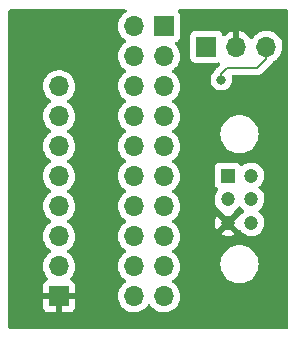
<source format=gbr>
%TF.GenerationSoftware,KiCad,Pcbnew,(6.0.5)*%
%TF.CreationDate,2022-12-09T20:35:02-05:00*%
%TF.ProjectId,Dev_Board_Adapter,4465765f-426f-4617-9264-5f4164617074,rev?*%
%TF.SameCoordinates,Original*%
%TF.FileFunction,Copper,L2,Bot*%
%TF.FilePolarity,Positive*%
%FSLAX46Y46*%
G04 Gerber Fmt 4.6, Leading zero omitted, Abs format (unit mm)*
G04 Created by KiCad (PCBNEW (6.0.5)) date 2022-12-09 20:35:02*
%MOMM*%
%LPD*%
G01*
G04 APERTURE LIST*
%TA.AperFunction,ComponentPad*%
%ADD10R,1.700000X1.700000*%
%TD*%
%TA.AperFunction,ComponentPad*%
%ADD11O,1.700000X1.700000*%
%TD*%
%TA.AperFunction,ComponentPad*%
%ADD12R,1.200000X1.200000*%
%TD*%
%TA.AperFunction,ComponentPad*%
%ADD13C,1.200000*%
%TD*%
%TA.AperFunction,ViaPad*%
%ADD14C,0.800000*%
%TD*%
%TA.AperFunction,Conductor*%
%ADD15C,0.200000*%
%TD*%
G04 APERTURE END LIST*
D10*
%TO.P,J3,1,Pin_1*%
%TO.N,/CAN_PAYLOAD-*%
X129540000Y-73406000D03*
D11*
%TO.P,J3,2,Pin_2*%
%TO.N,GND*%
X132080000Y-73406000D03*
%TO.P,J3,3,Pin_3*%
%TO.N,/CAN_PAYLOAD+*%
X134620000Y-73406000D03*
%TD*%
D12*
%TO.P,J1,1,Pin_1*%
%TO.N,unconnected-(J1-Pad1)*%
X131350000Y-84328000D03*
D13*
%TO.P,J1,2,Pin_2*%
%TO.N,+5V*%
X131350000Y-86328000D03*
%TO.P,J1,3,Pin_3*%
%TO.N,GND*%
X131350000Y-88328000D03*
%TO.P,J1,4,Pin_4*%
%TO.N,/CAN_PAYLOAD+*%
X133350000Y-84328000D03*
%TO.P,J1,5,Pin_5*%
%TO.N,/CAN_PAYLOAD-*%
X133350000Y-86328000D03*
%TO.P,J1,6*%
%TO.N,N/C*%
X133350000Y-88328000D03*
%TD*%
D10*
%TO.P,J2,1,Pin_1*%
%TO.N,unconnected-(J2-Pad1)*%
X125958600Y-71678800D03*
D11*
%TO.P,J2,2,Pin_2*%
%TO.N,unconnected-(J2-Pad2)*%
X123418600Y-71678800D03*
%TO.P,J2,3,Pin_3*%
%TO.N,unconnected-(J2-Pad3)*%
X125958600Y-74218800D03*
%TO.P,J2,4,Pin_4*%
%TO.N,unconnected-(J2-Pad4)*%
X123418600Y-74218800D03*
%TO.P,J2,5,Pin_5*%
%TO.N,unconnected-(J2-Pad5)*%
X125958600Y-76758800D03*
%TO.P,J2,6,Pin_6*%
%TO.N,unconnected-(J2-Pad6)*%
X123418600Y-76758800D03*
%TO.P,J2,7,Pin_7*%
%TO.N,unconnected-(J2-Pad7)*%
X125958600Y-79298800D03*
%TO.P,J2,8,Pin_8*%
%TO.N,unconnected-(J2-Pad8)*%
X123418600Y-79298800D03*
%TO.P,J2,9,Pin_9*%
%TO.N,unconnected-(J2-Pad9)*%
X125958600Y-81838800D03*
%TO.P,J2,10,Pin_10*%
%TO.N,unconnected-(J2-Pad10)*%
X123418600Y-81838800D03*
%TO.P,J2,11,Pin_11*%
%TO.N,unconnected-(J2-Pad11)*%
X125958600Y-84378800D03*
%TO.P,J2,12,Pin_12*%
%TO.N,unconnected-(J2-Pad12)*%
X123418600Y-84378800D03*
%TO.P,J2,13,Pin_13*%
%TO.N,unconnected-(J2-Pad13)*%
X125958600Y-86918800D03*
%TO.P,J2,14,Pin_14*%
%TO.N,unconnected-(J2-Pad14)*%
X123418600Y-86918800D03*
%TO.P,J2,15,Pin_15*%
%TO.N,unconnected-(J2-Pad15)*%
X125958600Y-89458800D03*
%TO.P,J2,16,Pin_16*%
%TO.N,unconnected-(J2-Pad16)*%
X123418600Y-89458800D03*
%TO.P,J2,17,Pin_17*%
%TO.N,unconnected-(J2-Pad17)*%
X125958600Y-91998800D03*
%TO.P,J2,18,Pin_18*%
%TO.N,unconnected-(J2-Pad18)*%
X123418600Y-91998800D03*
%TO.P,J2,19,Pin_19*%
%TO.N,unconnected-(J2-Pad19)*%
X125958600Y-94538800D03*
%TO.P,J2,20,Pin_20*%
%TO.N,unconnected-(J2-Pad20)*%
X123418600Y-94538800D03*
%TD*%
D10*
%TO.P,J4,1,Pin_1*%
%TO.N,GND*%
X117068600Y-94538800D03*
D11*
%TO.P,J4,2,Pin_2*%
%TO.N,+5V*%
X117068600Y-91998800D03*
%TO.P,J4,3,Pin_3*%
%TO.N,unconnected-(J4-Pad3)*%
X117068600Y-89458800D03*
%TO.P,J4,4,Pin_4*%
%TO.N,unconnected-(J4-Pad4)*%
X117068600Y-86918800D03*
%TO.P,J4,5,Pin_5*%
%TO.N,unconnected-(J4-Pad5)*%
X117068600Y-84378800D03*
%TO.P,J4,6,Pin_6*%
%TO.N,unconnected-(J4-Pad6)*%
X117068600Y-81838800D03*
%TO.P,J4,7,Pin_7*%
%TO.N,unconnected-(J4-Pad7)*%
X117068600Y-79298800D03*
%TO.P,J4,8,Pin_8*%
%TO.N,unconnected-(J4-Pad8)*%
X117068600Y-76758800D03*
%TD*%
D14*
%TO.N,/CAN_PAYLOAD+*%
X130810000Y-76200000D03*
%TD*%
D15*
%TO.N,/CAN_PAYLOAD+*%
X130810000Y-76200000D02*
X130810000Y-75692000D01*
X131318000Y-75184000D02*
X133858000Y-75184000D01*
X130810000Y-75692000D02*
X131318000Y-75184000D01*
X133858000Y-75184000D02*
X134620000Y-74422000D01*
X134620000Y-74422000D02*
X134620000Y-73406000D01*
%TD*%
%TA.AperFunction,Conductor*%
%TO.N,GND*%
G36*
X122765613Y-70274508D02*
G01*
X122812106Y-70328164D01*
X122822210Y-70398438D01*
X122792716Y-70463018D01*
X122755674Y-70492268D01*
X122692207Y-70525307D01*
X122688074Y-70528410D01*
X122688071Y-70528412D01*
X122517700Y-70656330D01*
X122513565Y-70659435D01*
X122474125Y-70700707D01*
X122419880Y-70757471D01*
X122359229Y-70820938D01*
X122233343Y-71005480D01*
X122139288Y-71208105D01*
X122079589Y-71423370D01*
X122055851Y-71645495D01*
X122068710Y-71868515D01*
X122069847Y-71873561D01*
X122069848Y-71873567D01*
X122093904Y-71980308D01*
X122117822Y-72086439D01*
X122158801Y-72187358D01*
X122186516Y-72255612D01*
X122201866Y-72293416D01*
X122204565Y-72297820D01*
X122305365Y-72462311D01*
X122318587Y-72483888D01*
X122464850Y-72652738D01*
X122636726Y-72795432D01*
X122707195Y-72836611D01*
X122710045Y-72838276D01*
X122758769Y-72889914D01*
X122771840Y-72959697D01*
X122745109Y-73025469D01*
X122704655Y-73058827D01*
X122692207Y-73065307D01*
X122688074Y-73068410D01*
X122688071Y-73068412D01*
X122517700Y-73196330D01*
X122513565Y-73199435D01*
X122359229Y-73360938D01*
X122233343Y-73545480D01*
X122217603Y-73579390D01*
X122164371Y-73694069D01*
X122139288Y-73748105D01*
X122079589Y-73963370D01*
X122055851Y-74185495D01*
X122056148Y-74190648D01*
X122056148Y-74190651D01*
X122062887Y-74307531D01*
X122068710Y-74408515D01*
X122069847Y-74413561D01*
X122069848Y-74413567D01*
X122088042Y-74494297D01*
X122117822Y-74626439D01*
X122201866Y-74833416D01*
X122252619Y-74916238D01*
X122315891Y-75019488D01*
X122318587Y-75023888D01*
X122464850Y-75192738D01*
X122636726Y-75335432D01*
X122707195Y-75376611D01*
X122710045Y-75378276D01*
X122758769Y-75429914D01*
X122771840Y-75499697D01*
X122745109Y-75565469D01*
X122704655Y-75598827D01*
X122692207Y-75605307D01*
X122688074Y-75608410D01*
X122688071Y-75608412D01*
X122517700Y-75736330D01*
X122513565Y-75739435D01*
X122359229Y-75900938D01*
X122233343Y-76085480D01*
X122139288Y-76288105D01*
X122079589Y-76503370D01*
X122055851Y-76725495D01*
X122056148Y-76730648D01*
X122056148Y-76730651D01*
X122061611Y-76825390D01*
X122068710Y-76948515D01*
X122069847Y-76953561D01*
X122069848Y-76953567D01*
X122078311Y-76991118D01*
X122117822Y-77166439D01*
X122201866Y-77373416D01*
X122252619Y-77456238D01*
X122315891Y-77559488D01*
X122318587Y-77563888D01*
X122464850Y-77732738D01*
X122636726Y-77875432D01*
X122707195Y-77916611D01*
X122710045Y-77918276D01*
X122758769Y-77969914D01*
X122771840Y-78039697D01*
X122745109Y-78105469D01*
X122704655Y-78138827D01*
X122692207Y-78145307D01*
X122688074Y-78148410D01*
X122688071Y-78148412D01*
X122663847Y-78166600D01*
X122513565Y-78279435D01*
X122359229Y-78440938D01*
X122233343Y-78625480D01*
X122139288Y-78828105D01*
X122079589Y-79043370D01*
X122055851Y-79265495D01*
X122056148Y-79270648D01*
X122056148Y-79270651D01*
X122061611Y-79365390D01*
X122068710Y-79488515D01*
X122069847Y-79493561D01*
X122069848Y-79493567D01*
X122077131Y-79525883D01*
X122117822Y-79706439D01*
X122201866Y-79913416D01*
X122252619Y-79996238D01*
X122315891Y-80099488D01*
X122318587Y-80103888D01*
X122464850Y-80272738D01*
X122636726Y-80415432D01*
X122707195Y-80456611D01*
X122710045Y-80458276D01*
X122758769Y-80509914D01*
X122771840Y-80579697D01*
X122745109Y-80645469D01*
X122704655Y-80678827D01*
X122692207Y-80685307D01*
X122688074Y-80688410D01*
X122688071Y-80688412D01*
X122663847Y-80706600D01*
X122513565Y-80819435D01*
X122359229Y-80980938D01*
X122233343Y-81165480D01*
X122139288Y-81368105D01*
X122079589Y-81583370D01*
X122055851Y-81805495D01*
X122056148Y-81810648D01*
X122056148Y-81810651D01*
X122068412Y-82023347D01*
X122068710Y-82028515D01*
X122069847Y-82033561D01*
X122069848Y-82033567D01*
X122089719Y-82121739D01*
X122117822Y-82246439D01*
X122201866Y-82453416D01*
X122252619Y-82536238D01*
X122315891Y-82639488D01*
X122318587Y-82643888D01*
X122464850Y-82812738D01*
X122636726Y-82955432D01*
X122707195Y-82996611D01*
X122710045Y-82998276D01*
X122758769Y-83049914D01*
X122771840Y-83119697D01*
X122745109Y-83185469D01*
X122704655Y-83218827D01*
X122692207Y-83225307D01*
X122688074Y-83228410D01*
X122688071Y-83228412D01*
X122517700Y-83356330D01*
X122513565Y-83359435D01*
X122359229Y-83520938D01*
X122356320Y-83525203D01*
X122356314Y-83525211D01*
X122344004Y-83543257D01*
X122233343Y-83705480D01*
X122139288Y-83908105D01*
X122079589Y-84123370D01*
X122055851Y-84345495D01*
X122056148Y-84350648D01*
X122056148Y-84350651D01*
X122061611Y-84445390D01*
X122068710Y-84568515D01*
X122069847Y-84573561D01*
X122069848Y-84573567D01*
X122074307Y-84593352D01*
X122117822Y-84786439D01*
X122156061Y-84880611D01*
X122194849Y-84976134D01*
X122201866Y-84993416D01*
X122252619Y-85076238D01*
X122315891Y-85179488D01*
X122318587Y-85183888D01*
X122464850Y-85352738D01*
X122636726Y-85495432D01*
X122676064Y-85518419D01*
X122710045Y-85538276D01*
X122758769Y-85589914D01*
X122771840Y-85659697D01*
X122745109Y-85725469D01*
X122704655Y-85758827D01*
X122692207Y-85765307D01*
X122688074Y-85768410D01*
X122688071Y-85768412D01*
X122663847Y-85786600D01*
X122513565Y-85899435D01*
X122359229Y-86060938D01*
X122233343Y-86245480D01*
X122205889Y-86304625D01*
X122166289Y-86389937D01*
X122139288Y-86448105D01*
X122079589Y-86663370D01*
X122055851Y-86885495D01*
X122056148Y-86890648D01*
X122056148Y-86890651D01*
X122061611Y-86985390D01*
X122068710Y-87108515D01*
X122069847Y-87113561D01*
X122069848Y-87113567D01*
X122087785Y-87193157D01*
X122117822Y-87326439D01*
X122201866Y-87533416D01*
X122252619Y-87616238D01*
X122315891Y-87719488D01*
X122318587Y-87723888D01*
X122464850Y-87892738D01*
X122636726Y-88035432D01*
X122707195Y-88076611D01*
X122710045Y-88078276D01*
X122758769Y-88129914D01*
X122771840Y-88199697D01*
X122745109Y-88265469D01*
X122704655Y-88298827D01*
X122692207Y-88305307D01*
X122688074Y-88308410D01*
X122688071Y-88308412D01*
X122579490Y-88389937D01*
X122513565Y-88439435D01*
X122359229Y-88600938D01*
X122356320Y-88605203D01*
X122356314Y-88605211D01*
X122291639Y-88700021D01*
X122233343Y-88785480D01*
X122217603Y-88819390D01*
X122150943Y-88962997D01*
X122139288Y-88988105D01*
X122079589Y-89203370D01*
X122055851Y-89425495D01*
X122056148Y-89430648D01*
X122056148Y-89430651D01*
X122061611Y-89525390D01*
X122068710Y-89648515D01*
X122069847Y-89653561D01*
X122069848Y-89653567D01*
X122089719Y-89741739D01*
X122117822Y-89866439D01*
X122201866Y-90073416D01*
X122252619Y-90156238D01*
X122315891Y-90259488D01*
X122318587Y-90263888D01*
X122464850Y-90432738D01*
X122636726Y-90575432D01*
X122707195Y-90616611D01*
X122710045Y-90618276D01*
X122758769Y-90669914D01*
X122771840Y-90739697D01*
X122745109Y-90805469D01*
X122704655Y-90838827D01*
X122692207Y-90845307D01*
X122688074Y-90848410D01*
X122688071Y-90848412D01*
X122640888Y-90883838D01*
X122513565Y-90979435D01*
X122509993Y-90983173D01*
X122402653Y-91095498D01*
X122359229Y-91140938D01*
X122233343Y-91325480D01*
X122139288Y-91528105D01*
X122079589Y-91743370D01*
X122055851Y-91965495D01*
X122056148Y-91970648D01*
X122056148Y-91970651D01*
X122061611Y-92065390D01*
X122068710Y-92188515D01*
X122069847Y-92193561D01*
X122069848Y-92193567D01*
X122089719Y-92281739D01*
X122117822Y-92406439D01*
X122201866Y-92613416D01*
X122252619Y-92696238D01*
X122315891Y-92799488D01*
X122318587Y-92803888D01*
X122464850Y-92972738D01*
X122636726Y-93115432D01*
X122671770Y-93135910D01*
X122710045Y-93158276D01*
X122758769Y-93209914D01*
X122771840Y-93279697D01*
X122745109Y-93345469D01*
X122704655Y-93378827D01*
X122692207Y-93385307D01*
X122688074Y-93388410D01*
X122688071Y-93388412D01*
X122624281Y-93436307D01*
X122513565Y-93519435D01*
X122359229Y-93680938D01*
X122233343Y-93865480D01*
X122139288Y-94068105D01*
X122079589Y-94283370D01*
X122055851Y-94505495D01*
X122056148Y-94510648D01*
X122056148Y-94510651D01*
X122061611Y-94605390D01*
X122068710Y-94728515D01*
X122069847Y-94733561D01*
X122069848Y-94733567D01*
X122084206Y-94797275D01*
X122117822Y-94946439D01*
X122201866Y-95153416D01*
X122252619Y-95236238D01*
X122315891Y-95339488D01*
X122318587Y-95343888D01*
X122464850Y-95512738D01*
X122636726Y-95655432D01*
X122829600Y-95768138D01*
X123038292Y-95847830D01*
X123043360Y-95848861D01*
X123043363Y-95848862D01*
X123150617Y-95870683D01*
X123257197Y-95892367D01*
X123262372Y-95892557D01*
X123262374Y-95892557D01*
X123475273Y-95900364D01*
X123475277Y-95900364D01*
X123480437Y-95900553D01*
X123485557Y-95899897D01*
X123485559Y-95899897D01*
X123696888Y-95872825D01*
X123696889Y-95872825D01*
X123702016Y-95872168D01*
X123706966Y-95870683D01*
X123911029Y-95809461D01*
X123911034Y-95809459D01*
X123915984Y-95807974D01*
X124116594Y-95709696D01*
X124298460Y-95579973D01*
X124456696Y-95422289D01*
X124516194Y-95339489D01*
X124587053Y-95240877D01*
X124588376Y-95241828D01*
X124635245Y-95198657D01*
X124705180Y-95186425D01*
X124770626Y-95213944D01*
X124798475Y-95245794D01*
X124858587Y-95343888D01*
X125004850Y-95512738D01*
X125176726Y-95655432D01*
X125369600Y-95768138D01*
X125578292Y-95847830D01*
X125583360Y-95848861D01*
X125583363Y-95848862D01*
X125690617Y-95870683D01*
X125797197Y-95892367D01*
X125802372Y-95892557D01*
X125802374Y-95892557D01*
X126015273Y-95900364D01*
X126015277Y-95900364D01*
X126020437Y-95900553D01*
X126025557Y-95899897D01*
X126025559Y-95899897D01*
X126236888Y-95872825D01*
X126236889Y-95872825D01*
X126242016Y-95872168D01*
X126246966Y-95870683D01*
X126451029Y-95809461D01*
X126451034Y-95809459D01*
X126455984Y-95807974D01*
X126656594Y-95709696D01*
X126838460Y-95579973D01*
X126996696Y-95422289D01*
X127056194Y-95339489D01*
X127124035Y-95245077D01*
X127127053Y-95240877D01*
X127147920Y-95198657D01*
X127223736Y-95045253D01*
X127223737Y-95045251D01*
X127226030Y-95040611D01*
X127290970Y-94826869D01*
X127320129Y-94605390D01*
X127321756Y-94538800D01*
X127303452Y-94316161D01*
X127249031Y-94099502D01*
X127159954Y-93894640D01*
X127038614Y-93707077D01*
X126888270Y-93541851D01*
X126884219Y-93538652D01*
X126884215Y-93538648D01*
X126717014Y-93406600D01*
X126717010Y-93406598D01*
X126712959Y-93403398D01*
X126671653Y-93380596D01*
X126621684Y-93330164D01*
X126606912Y-93260721D01*
X126632028Y-93194316D01*
X126659380Y-93167709D01*
X126703203Y-93136450D01*
X126838460Y-93039973D01*
X126862923Y-93015596D01*
X126993035Y-92885937D01*
X126996696Y-92882289D01*
X127056194Y-92799489D01*
X127124035Y-92705077D01*
X127127053Y-92700877D01*
X127147920Y-92658657D01*
X127223736Y-92505253D01*
X127223737Y-92505251D01*
X127226030Y-92500611D01*
X127277512Y-92331164D01*
X127289465Y-92291823D01*
X127289465Y-92291821D01*
X127290970Y-92286869D01*
X127320129Y-92065390D01*
X127321756Y-91998800D01*
X127307714Y-91828000D01*
X130736526Y-91828000D01*
X130756391Y-92080403D01*
X130815495Y-92326591D01*
X130817388Y-92331162D01*
X130817389Y-92331164D01*
X130850552Y-92411225D01*
X130912384Y-92560502D01*
X131044672Y-92776376D01*
X131209102Y-92968898D01*
X131401624Y-93133328D01*
X131617498Y-93265616D01*
X131622068Y-93267509D01*
X131622072Y-93267511D01*
X131846696Y-93360553D01*
X131851409Y-93362505D01*
X131919396Y-93378827D01*
X132092784Y-93420454D01*
X132092790Y-93420455D01*
X132097597Y-93421609D01*
X132197416Y-93429465D01*
X132284345Y-93436307D01*
X132284352Y-93436307D01*
X132286801Y-93436500D01*
X132413199Y-93436500D01*
X132415648Y-93436307D01*
X132415655Y-93436307D01*
X132502584Y-93429465D01*
X132602403Y-93421609D01*
X132607210Y-93420455D01*
X132607216Y-93420454D01*
X132780604Y-93378827D01*
X132848591Y-93362505D01*
X132853304Y-93360553D01*
X133077928Y-93267511D01*
X133077932Y-93267509D01*
X133082502Y-93265616D01*
X133298376Y-93133328D01*
X133490898Y-92968898D01*
X133655328Y-92776376D01*
X133787616Y-92560502D01*
X133849449Y-92411225D01*
X133882611Y-92331164D01*
X133882612Y-92331162D01*
X133884505Y-92326591D01*
X133943609Y-92080403D01*
X133963474Y-91828000D01*
X133943609Y-91575597D01*
X133938606Y-91554754D01*
X133890562Y-91354640D01*
X133884505Y-91329409D01*
X133808208Y-91145211D01*
X133789511Y-91100072D01*
X133789509Y-91100068D01*
X133787616Y-91095498D01*
X133655328Y-90879624D01*
X133490898Y-90687102D01*
X133298376Y-90522672D01*
X133082502Y-90390384D01*
X133077932Y-90388491D01*
X133077928Y-90388489D01*
X132853164Y-90295389D01*
X132853162Y-90295388D01*
X132848591Y-90293495D01*
X132706945Y-90259489D01*
X132607216Y-90235546D01*
X132607210Y-90235545D01*
X132602403Y-90234391D01*
X132502584Y-90226535D01*
X132415655Y-90219693D01*
X132415648Y-90219693D01*
X132413199Y-90219500D01*
X132286801Y-90219500D01*
X132284352Y-90219693D01*
X132284345Y-90219693D01*
X132197416Y-90226535D01*
X132097597Y-90234391D01*
X132092790Y-90235545D01*
X132092784Y-90235546D01*
X131993055Y-90259489D01*
X131851409Y-90293495D01*
X131846838Y-90295388D01*
X131846836Y-90295389D01*
X131622072Y-90388489D01*
X131622068Y-90388491D01*
X131617498Y-90390384D01*
X131401624Y-90522672D01*
X131209102Y-90687102D01*
X131044672Y-90879624D01*
X130912384Y-91095498D01*
X130910491Y-91100068D01*
X130910489Y-91100072D01*
X130891792Y-91145211D01*
X130815495Y-91329409D01*
X130809438Y-91354640D01*
X130761395Y-91554754D01*
X130756391Y-91575597D01*
X130736526Y-91828000D01*
X127307714Y-91828000D01*
X127303452Y-91776161D01*
X127249031Y-91559502D01*
X127159954Y-91354640D01*
X127038614Y-91167077D01*
X126888270Y-91001851D01*
X126884219Y-90998652D01*
X126884215Y-90998648D01*
X126717014Y-90866600D01*
X126717010Y-90866598D01*
X126712959Y-90863398D01*
X126671653Y-90840596D01*
X126621684Y-90790164D01*
X126606912Y-90720721D01*
X126632028Y-90654316D01*
X126659380Y-90627709D01*
X126703203Y-90596450D01*
X126838460Y-90499973D01*
X126996696Y-90342289D01*
X127056194Y-90259489D01*
X127124035Y-90165077D01*
X127127053Y-90160877D01*
X127147920Y-90118657D01*
X127223736Y-89965253D01*
X127223737Y-89965251D01*
X127226030Y-89960611D01*
X127290970Y-89746869D01*
X127320129Y-89525390D01*
X127321756Y-89458800D01*
X127306176Y-89269294D01*
X130773066Y-89269294D01*
X130782948Y-89281783D01*
X130814239Y-89302691D01*
X130824349Y-89308181D01*
X131000835Y-89384005D01*
X131011778Y-89387560D01*
X131199120Y-89429952D01*
X131210530Y-89431454D01*
X131402469Y-89438995D01*
X131413951Y-89438393D01*
X131604045Y-89410832D01*
X131615240Y-89408144D01*
X131797131Y-89346400D01*
X131807628Y-89341726D01*
X131918032Y-89279898D01*
X131927895Y-89269821D01*
X131924940Y-89262151D01*
X131362811Y-88700021D01*
X131348868Y-88692408D01*
X131347034Y-88692539D01*
X131340420Y-88696790D01*
X130779259Y-89257952D01*
X130773066Y-89269294D01*
X127306176Y-89269294D01*
X127303452Y-89236161D01*
X127249031Y-89019502D01*
X127159954Y-88814640D01*
X127085538Y-88699610D01*
X127041422Y-88631417D01*
X127041420Y-88631414D01*
X127038614Y-88627077D01*
X126888270Y-88461851D01*
X126884219Y-88458652D01*
X126884215Y-88458648D01*
X126717014Y-88326600D01*
X126717010Y-88326598D01*
X126712959Y-88323398D01*
X126678975Y-88304638D01*
X130238012Y-88304638D01*
X130250575Y-88496304D01*
X130252376Y-88507674D01*
X130299657Y-88693843D01*
X130303498Y-88704690D01*
X130383916Y-88879130D01*
X130389664Y-88889086D01*
X130395788Y-88897751D01*
X130406377Y-88906140D01*
X130419676Y-88899113D01*
X130977979Y-88340811D01*
X130985592Y-88326868D01*
X130985461Y-88325034D01*
X130981210Y-88318420D01*
X130418538Y-87755749D01*
X130406163Y-87748992D01*
X130400197Y-87753458D01*
X130324645Y-87897058D01*
X130320242Y-87907691D01*
X130263281Y-88091132D01*
X130260891Y-88102376D01*
X130238313Y-88293137D01*
X130238012Y-88304638D01*
X126678975Y-88304638D01*
X126671653Y-88300596D01*
X126621684Y-88250164D01*
X126606912Y-88180721D01*
X126632028Y-88114316D01*
X126659380Y-88087709D01*
X126703203Y-88056450D01*
X126838460Y-87959973D01*
X126874693Y-87923867D01*
X126993035Y-87805937D01*
X126996696Y-87802289D01*
X127030848Y-87754762D01*
X127124035Y-87625077D01*
X127127053Y-87620877D01*
X127147664Y-87579175D01*
X127223736Y-87425253D01*
X127223737Y-87425251D01*
X127226030Y-87420611D01*
X127290970Y-87206869D01*
X127320129Y-86985390D01*
X127321756Y-86918800D01*
X127303452Y-86696161D01*
X127249031Y-86479502D01*
X127170485Y-86298859D01*
X130237132Y-86298859D01*
X130250457Y-86502151D01*
X130300605Y-86699610D01*
X130385898Y-86884624D01*
X130503479Y-87050997D01*
X130649410Y-87193157D01*
X130654206Y-87196362D01*
X130654214Y-87196368D01*
X130721121Y-87241073D01*
X130766649Y-87295549D01*
X130775145Y-87368062D01*
X130772105Y-87385030D01*
X130776275Y-87395064D01*
X131337189Y-87955979D01*
X131351132Y-87963592D01*
X131352966Y-87963461D01*
X131359580Y-87959210D01*
X131920285Y-87398504D01*
X131927896Y-87384566D01*
X131925983Y-87357820D01*
X131941075Y-87288446D01*
X131979185Y-87246223D01*
X131980551Y-87245458D01*
X131985824Y-87241073D01*
X132132748Y-87118877D01*
X132137186Y-87115186D01*
X132254733Y-86973851D01*
X132313670Y-86934267D01*
X132384652Y-86932831D01*
X132445143Y-86969998D01*
X132454503Y-86981699D01*
X132457112Y-86985390D01*
X132503479Y-87050997D01*
X132649410Y-87193157D01*
X132675522Y-87210604D01*
X132691572Y-87221329D01*
X132737100Y-87275806D01*
X132745947Y-87346249D01*
X132715306Y-87410293D01*
X132697770Y-87426101D01*
X132695649Y-87427363D01*
X132542478Y-87561690D01*
X132538906Y-87566221D01*
X132432274Y-87701482D01*
X132374392Y-87742595D01*
X132324174Y-87749143D01*
X132296457Y-87747125D01*
X132282449Y-87754762D01*
X131722021Y-88315189D01*
X131714408Y-88329132D01*
X131714539Y-88330966D01*
X131718790Y-88337580D01*
X132280239Y-88899028D01*
X132294176Y-88906639D01*
X132325419Y-88904404D01*
X132394793Y-88919495D01*
X132437305Y-88957363D01*
X132503479Y-89050997D01*
X132649410Y-89193157D01*
X132654206Y-89196362D01*
X132654209Y-89196364D01*
X132779227Y-89279898D01*
X132818803Y-89306342D01*
X132824106Y-89308620D01*
X132824109Y-89308622D01*
X133000680Y-89384483D01*
X133005987Y-89386763D01*
X133078817Y-89403243D01*
X133199055Y-89430450D01*
X133199060Y-89430451D01*
X133204692Y-89431725D01*
X133210463Y-89431952D01*
X133210465Y-89431952D01*
X133273470Y-89434427D01*
X133408263Y-89439723D01*
X133609883Y-89410490D01*
X133615347Y-89408635D01*
X133615352Y-89408634D01*
X133797327Y-89346862D01*
X133797332Y-89346860D01*
X133802799Y-89345004D01*
X133808653Y-89341726D01*
X133919054Y-89279898D01*
X133980551Y-89245458D01*
X134137186Y-89115186D01*
X134267458Y-88958551D01*
X134367004Y-88780799D01*
X134368860Y-88775332D01*
X134368862Y-88775327D01*
X134430634Y-88593352D01*
X134430635Y-88593347D01*
X134432490Y-88587883D01*
X134461723Y-88386263D01*
X134463249Y-88328000D01*
X134449716Y-88180721D01*
X134445137Y-88130880D01*
X134445136Y-88130877D01*
X134444608Y-88125126D01*
X134397814Y-87959210D01*
X134390875Y-87934606D01*
X134390874Y-87934604D01*
X134389307Y-87929047D01*
X134378776Y-87907691D01*
X134301756Y-87751510D01*
X134299201Y-87746329D01*
X134282444Y-87723888D01*
X134180758Y-87587715D01*
X134180758Y-87587714D01*
X134177305Y-87583091D01*
X134027703Y-87444800D01*
X134022822Y-87441720D01*
X134022819Y-87441718D01*
X134011272Y-87434433D01*
X133964334Y-87381167D01*
X133953644Y-87310980D01*
X133982598Y-87246155D01*
X133997938Y-87230997D01*
X134020993Y-87211823D01*
X134137186Y-87115186D01*
X134267458Y-86958551D01*
X134367004Y-86780799D01*
X134368860Y-86775332D01*
X134368862Y-86775327D01*
X134430634Y-86593352D01*
X134430635Y-86593347D01*
X134432490Y-86587883D01*
X134461723Y-86386263D01*
X134463249Y-86328000D01*
X134444608Y-86125126D01*
X134389307Y-85929047D01*
X134385759Y-85921851D01*
X134301756Y-85751510D01*
X134299201Y-85746329D01*
X134283603Y-85725440D01*
X134180758Y-85587715D01*
X134180758Y-85587714D01*
X134177305Y-85583091D01*
X134027703Y-85444800D01*
X134022822Y-85441720D01*
X134022819Y-85441718D01*
X134013964Y-85436131D01*
X134011272Y-85434433D01*
X133964334Y-85381167D01*
X133953644Y-85310980D01*
X133982598Y-85246155D01*
X133997938Y-85230997D01*
X134067402Y-85173225D01*
X134137186Y-85115186D01*
X134267458Y-84958551D01*
X134361165Y-84791225D01*
X134364180Y-84785842D01*
X134364181Y-84785840D01*
X134367004Y-84780799D01*
X134368860Y-84775332D01*
X134368862Y-84775327D01*
X134430634Y-84593352D01*
X134430635Y-84593347D01*
X134432490Y-84587883D01*
X134461723Y-84386263D01*
X134463249Y-84328000D01*
X134447460Y-84156161D01*
X134445137Y-84130880D01*
X134445136Y-84130877D01*
X134444608Y-84125126D01*
X134389307Y-83929047D01*
X134381442Y-83913097D01*
X134301756Y-83751510D01*
X134299201Y-83746329D01*
X134294020Y-83739390D01*
X134180758Y-83587715D01*
X134180758Y-83587714D01*
X134177305Y-83583091D01*
X134067183Y-83481295D01*
X134031943Y-83448719D01*
X134031940Y-83448717D01*
X134027703Y-83444800D01*
X133933987Y-83385670D01*
X133860288Y-83339169D01*
X133860283Y-83339167D01*
X133855404Y-83336088D01*
X133666180Y-83260595D01*
X133488778Y-83225307D01*
X133472032Y-83221976D01*
X133472031Y-83221976D01*
X133466366Y-83220849D01*
X133460592Y-83220773D01*
X133460588Y-83220773D01*
X133357452Y-83219424D01*
X133262655Y-83218183D01*
X133256958Y-83219162D01*
X133256957Y-83219162D01*
X133067567Y-83251705D01*
X133061870Y-83252684D01*
X132870734Y-83323198D01*
X132865773Y-83326150D01*
X132865772Y-83326150D01*
X132772148Y-83381851D01*
X132695649Y-83427363D01*
X132593527Y-83516921D01*
X132529126Y-83546797D01*
X132458793Y-83537111D01*
X132404861Y-83490938D01*
X132403170Y-83488112D01*
X132400615Y-83481295D01*
X132395230Y-83474109D01*
X132318642Y-83371919D01*
X132313261Y-83364739D01*
X132196705Y-83277385D01*
X132060316Y-83226255D01*
X131998134Y-83219500D01*
X130701866Y-83219500D01*
X130639684Y-83226255D01*
X130503295Y-83277385D01*
X130386739Y-83364739D01*
X130299385Y-83481295D01*
X130248255Y-83617684D01*
X130241500Y-83679866D01*
X130241500Y-84976134D01*
X130248255Y-85038316D01*
X130299385Y-85174705D01*
X130386739Y-85291261D01*
X130393919Y-85296642D01*
X130496113Y-85373233D01*
X130496116Y-85373235D01*
X130503295Y-85378615D01*
X130504386Y-85379024D01*
X130551757Y-85426500D01*
X130566771Y-85495891D01*
X130540052Y-85564767D01*
X130416351Y-85721681D01*
X130413662Y-85726792D01*
X130413660Y-85726795D01*
X130385192Y-85780904D01*
X130321492Y-85901978D01*
X130261078Y-86096543D01*
X130237132Y-86298859D01*
X127170485Y-86298859D01*
X127159954Y-86274640D01*
X127120506Y-86213662D01*
X127041422Y-86091417D01*
X127041420Y-86091414D01*
X127038614Y-86087077D01*
X126888270Y-85921851D01*
X126884219Y-85918652D01*
X126884215Y-85918648D01*
X126717014Y-85786600D01*
X126717010Y-85786598D01*
X126712959Y-85783398D01*
X126671653Y-85760596D01*
X126621684Y-85710164D01*
X126606912Y-85640721D01*
X126632028Y-85574316D01*
X126659380Y-85547709D01*
X126703203Y-85516450D01*
X126838460Y-85419973D01*
X126869545Y-85388997D01*
X126932395Y-85326366D01*
X126996696Y-85262289D01*
X127008290Y-85246155D01*
X127124035Y-85085077D01*
X127127053Y-85080877D01*
X127147920Y-85038657D01*
X127223736Y-84885253D01*
X127223737Y-84885251D01*
X127226030Y-84880611D01*
X127290970Y-84666869D01*
X127320129Y-84445390D01*
X127321756Y-84378800D01*
X127303452Y-84156161D01*
X127249031Y-83939502D01*
X127159954Y-83734640D01*
X127038614Y-83547077D01*
X126888270Y-83381851D01*
X126884219Y-83378652D01*
X126884215Y-83378648D01*
X126717014Y-83246600D01*
X126717010Y-83246598D01*
X126712959Y-83243398D01*
X126671653Y-83220596D01*
X126621684Y-83170164D01*
X126606912Y-83100721D01*
X126632028Y-83034316D01*
X126659380Y-83007709D01*
X126703203Y-82976450D01*
X126838460Y-82879973D01*
X126996696Y-82722289D01*
X127056194Y-82639489D01*
X127124035Y-82545077D01*
X127127053Y-82540877D01*
X127147920Y-82498657D01*
X127223736Y-82345253D01*
X127223737Y-82345251D01*
X127226030Y-82340611D01*
X127290970Y-82126869D01*
X127320129Y-81905390D01*
X127321756Y-81838800D01*
X127303452Y-81616161D01*
X127249031Y-81399502D01*
X127159954Y-81194640D01*
X127120506Y-81133662D01*
X127041422Y-81011417D01*
X127041420Y-81011414D01*
X127038614Y-81007077D01*
X126888270Y-80841851D01*
X126884219Y-80838652D01*
X126884215Y-80838648D01*
X126870732Y-80828000D01*
X130736526Y-80828000D01*
X130756391Y-81080403D01*
X130757545Y-81085210D01*
X130757546Y-81085216D01*
X130784957Y-81199390D01*
X130815495Y-81326591D01*
X130817388Y-81331162D01*
X130817389Y-81331164D01*
X130845696Y-81399502D01*
X130912384Y-81560502D01*
X131044672Y-81776376D01*
X131209102Y-81968898D01*
X131401624Y-82133328D01*
X131617498Y-82265616D01*
X131622068Y-82267509D01*
X131622072Y-82267511D01*
X131846836Y-82360611D01*
X131851409Y-82362505D01*
X131936032Y-82382821D01*
X132092784Y-82420454D01*
X132092790Y-82420455D01*
X132097597Y-82421609D01*
X132197416Y-82429465D01*
X132284345Y-82436307D01*
X132284352Y-82436307D01*
X132286801Y-82436500D01*
X132413199Y-82436500D01*
X132415648Y-82436307D01*
X132415655Y-82436307D01*
X132502584Y-82429465D01*
X132602403Y-82421609D01*
X132607210Y-82420455D01*
X132607216Y-82420454D01*
X132763968Y-82382821D01*
X132848591Y-82362505D01*
X132853164Y-82360611D01*
X133077928Y-82267511D01*
X133077932Y-82267509D01*
X133082502Y-82265616D01*
X133298376Y-82133328D01*
X133490898Y-81968898D01*
X133655328Y-81776376D01*
X133787616Y-81560502D01*
X133854305Y-81399502D01*
X133882611Y-81331164D01*
X133882612Y-81331162D01*
X133884505Y-81326591D01*
X133915043Y-81199390D01*
X133942454Y-81085216D01*
X133942455Y-81085210D01*
X133943609Y-81080403D01*
X133963474Y-80828000D01*
X133943609Y-80575597D01*
X133932216Y-80528138D01*
X133885660Y-80334221D01*
X133884505Y-80329409D01*
X133792708Y-80107790D01*
X133789511Y-80100072D01*
X133789509Y-80100068D01*
X133787616Y-80095498D01*
X133655328Y-79879624D01*
X133490898Y-79687102D01*
X133298376Y-79522672D01*
X133082502Y-79390384D01*
X133077932Y-79388491D01*
X133077928Y-79388489D01*
X132853164Y-79295389D01*
X132853162Y-79295388D01*
X132848591Y-79293495D01*
X132731962Y-79265495D01*
X132607216Y-79235546D01*
X132607210Y-79235545D01*
X132602403Y-79234391D01*
X132502584Y-79226535D01*
X132415655Y-79219693D01*
X132415648Y-79219693D01*
X132413199Y-79219500D01*
X132286801Y-79219500D01*
X132284352Y-79219693D01*
X132284345Y-79219693D01*
X132197416Y-79226535D01*
X132097597Y-79234391D01*
X132092790Y-79235545D01*
X132092784Y-79235546D01*
X131968038Y-79265495D01*
X131851409Y-79293495D01*
X131846838Y-79295388D01*
X131846836Y-79295389D01*
X131622072Y-79388489D01*
X131622068Y-79388491D01*
X131617498Y-79390384D01*
X131401624Y-79522672D01*
X131209102Y-79687102D01*
X131044672Y-79879624D01*
X130912384Y-80095498D01*
X130910491Y-80100068D01*
X130910489Y-80100072D01*
X130907292Y-80107790D01*
X130815495Y-80329409D01*
X130814340Y-80334221D01*
X130767785Y-80528138D01*
X130756391Y-80575597D01*
X130736526Y-80828000D01*
X126870732Y-80828000D01*
X126717014Y-80706600D01*
X126717010Y-80706598D01*
X126712959Y-80703398D01*
X126671653Y-80680596D01*
X126621684Y-80630164D01*
X126606912Y-80560721D01*
X126632028Y-80494316D01*
X126659380Y-80467709D01*
X126703203Y-80436450D01*
X126838460Y-80339973D01*
X126996696Y-80182289D01*
X127056194Y-80099489D01*
X127124035Y-80005077D01*
X127127053Y-80000877D01*
X127147920Y-79958657D01*
X127223736Y-79805253D01*
X127223737Y-79805251D01*
X127226030Y-79800611D01*
X127290970Y-79586869D01*
X127320129Y-79365390D01*
X127321756Y-79298800D01*
X127303452Y-79076161D01*
X127249031Y-78859502D01*
X127159954Y-78654640D01*
X127038614Y-78467077D01*
X126888270Y-78301851D01*
X126884219Y-78298652D01*
X126884215Y-78298648D01*
X126717014Y-78166600D01*
X126717010Y-78166598D01*
X126712959Y-78163398D01*
X126671653Y-78140596D01*
X126621684Y-78090164D01*
X126606912Y-78020721D01*
X126632028Y-77954316D01*
X126659380Y-77927709D01*
X126703203Y-77896450D01*
X126838460Y-77799973D01*
X126996696Y-77642289D01*
X127056194Y-77559489D01*
X127124035Y-77465077D01*
X127127053Y-77460877D01*
X127147920Y-77418657D01*
X127223736Y-77265253D01*
X127223737Y-77265251D01*
X127226030Y-77260611D01*
X127284309Y-77068794D01*
X127289465Y-77051823D01*
X127289465Y-77051821D01*
X127290970Y-77046869D01*
X127320129Y-76825390D01*
X127321756Y-76758800D01*
X127303452Y-76536161D01*
X127249031Y-76319502D01*
X127159954Y-76114640D01*
X127088247Y-76003798D01*
X127041422Y-75931417D01*
X127041420Y-75931414D01*
X127038614Y-75927077D01*
X126888270Y-75761851D01*
X126884219Y-75758652D01*
X126884215Y-75758648D01*
X126717014Y-75626600D01*
X126717010Y-75626598D01*
X126712959Y-75623398D01*
X126671653Y-75600596D01*
X126621684Y-75550164D01*
X126606912Y-75480721D01*
X126632028Y-75414316D01*
X126659380Y-75387709D01*
X126703203Y-75356450D01*
X126838460Y-75259973D01*
X126845471Y-75252987D01*
X126993035Y-75105937D01*
X126996696Y-75102289D01*
X127056194Y-75019489D01*
X127124035Y-74925077D01*
X127127053Y-74920877D01*
X127144135Y-74886315D01*
X127223736Y-74725253D01*
X127223737Y-74725251D01*
X127226030Y-74720611D01*
X127290970Y-74506869D01*
X127317661Y-74304134D01*
X128181500Y-74304134D01*
X128188255Y-74366316D01*
X128239385Y-74502705D01*
X128326739Y-74619261D01*
X128443295Y-74706615D01*
X128579684Y-74757745D01*
X128641866Y-74764500D01*
X130438134Y-74764500D01*
X130500316Y-74757745D01*
X130569084Y-74731965D01*
X130639892Y-74726782D01*
X130702261Y-74760703D01*
X130736390Y-74822958D01*
X130731443Y-74893782D01*
X130702409Y-74939042D01*
X130413766Y-75227685D01*
X130401375Y-75238552D01*
X130376013Y-75258013D01*
X130351526Y-75289925D01*
X130351523Y-75289928D01*
X130351517Y-75289936D01*
X130283731Y-75378276D01*
X130278476Y-75385124D01*
X130258747Y-75432755D01*
X130245808Y-75463991D01*
X130208096Y-75511828D01*
X130208999Y-75512831D01*
X130204087Y-75517254D01*
X130198747Y-75521134D01*
X130070960Y-75663056D01*
X130024704Y-75743173D01*
X129995160Y-75794346D01*
X129975473Y-75828444D01*
X129916458Y-76010072D01*
X129915768Y-76016633D01*
X129915768Y-76016635D01*
X129904968Y-76119390D01*
X129896496Y-76200000D01*
X129916458Y-76389928D01*
X129975473Y-76571556D01*
X130070960Y-76736944D01*
X130075378Y-76741851D01*
X130075379Y-76741852D01*
X130194325Y-76873955D01*
X130198747Y-76878866D01*
X130353248Y-76991118D01*
X130359276Y-76993802D01*
X130359278Y-76993803D01*
X130466945Y-77041739D01*
X130527712Y-77068794D01*
X130621113Y-77088647D01*
X130708056Y-77107128D01*
X130708061Y-77107128D01*
X130714513Y-77108500D01*
X130905487Y-77108500D01*
X130911939Y-77107128D01*
X130911944Y-77107128D01*
X130998887Y-77088647D01*
X131092288Y-77068794D01*
X131153055Y-77041739D01*
X131260722Y-76993803D01*
X131260724Y-76993802D01*
X131266752Y-76991118D01*
X131421253Y-76878866D01*
X131425675Y-76873955D01*
X131544621Y-76741852D01*
X131544622Y-76741851D01*
X131549040Y-76736944D01*
X131644527Y-76571556D01*
X131703542Y-76389928D01*
X131723504Y-76200000D01*
X131715032Y-76119390D01*
X131704232Y-76016635D01*
X131704232Y-76016633D01*
X131703542Y-76010072D01*
X131686439Y-75957435D01*
X131684411Y-75886470D01*
X131721073Y-75825671D01*
X131784785Y-75794346D01*
X131806272Y-75792500D01*
X133809864Y-75792500D01*
X133826307Y-75793578D01*
X133858000Y-75797750D01*
X133866189Y-75796672D01*
X133897874Y-75792501D01*
X133897884Y-75792500D01*
X133897885Y-75792500D01*
X133997457Y-75779391D01*
X134008664Y-75777916D01*
X134008666Y-75777915D01*
X134016851Y-75776838D01*
X134164876Y-75715524D01*
X134225802Y-75668774D01*
X134260072Y-75642477D01*
X134260075Y-75642474D01*
X134285437Y-75623013D01*
X134291987Y-75617987D01*
X134311458Y-75592613D01*
X134322316Y-75580233D01*
X135016234Y-74886315D01*
X135028625Y-74875448D01*
X135047437Y-74861013D01*
X135053987Y-74855987D01*
X135078474Y-74824075D01*
X135078478Y-74824071D01*
X135151524Y-74728876D01*
X135169902Y-74684507D01*
X135214450Y-74629226D01*
X135230878Y-74619574D01*
X135313352Y-74579170D01*
X135317994Y-74576896D01*
X135322198Y-74573898D01*
X135322202Y-74573895D01*
X135398193Y-74519691D01*
X135499860Y-74447173D01*
X135543840Y-74403347D01*
X135643400Y-74304134D01*
X135658096Y-74289489D01*
X135788453Y-74108077D01*
X135801995Y-74080678D01*
X135885136Y-73912453D01*
X135885137Y-73912451D01*
X135887430Y-73907811D01*
X135952370Y-73694069D01*
X135981529Y-73472590D01*
X135983156Y-73406000D01*
X135964852Y-73183361D01*
X135910431Y-72966702D01*
X135821354Y-72761840D01*
X135700014Y-72574277D01*
X135549670Y-72409051D01*
X135545619Y-72405852D01*
X135545615Y-72405848D01*
X135378414Y-72273800D01*
X135378410Y-72273798D01*
X135374359Y-72270598D01*
X135338028Y-72250542D01*
X135322136Y-72241769D01*
X135178789Y-72162638D01*
X135173920Y-72160914D01*
X135173916Y-72160912D01*
X134973087Y-72089795D01*
X134973083Y-72089794D01*
X134968212Y-72088069D01*
X134963119Y-72087162D01*
X134963116Y-72087161D01*
X134753373Y-72049800D01*
X134753367Y-72049799D01*
X134748284Y-72048894D01*
X134674452Y-72047992D01*
X134530081Y-72046228D01*
X134530079Y-72046228D01*
X134524911Y-72046165D01*
X134304091Y-72079955D01*
X134091756Y-72149357D01*
X133893607Y-72252507D01*
X133889474Y-72255610D01*
X133889471Y-72255612D01*
X133719100Y-72383530D01*
X133714965Y-72386635D01*
X133560629Y-72548138D01*
X133557715Y-72552410D01*
X133557714Y-72552411D01*
X133452898Y-72706066D01*
X133397987Y-72751069D01*
X133327462Y-72759240D01*
X133263715Y-72727986D01*
X133243018Y-72703502D01*
X133162426Y-72578926D01*
X133156136Y-72570757D01*
X133012806Y-72413240D01*
X133005273Y-72406215D01*
X132838139Y-72274222D01*
X132829552Y-72268517D01*
X132643117Y-72165599D01*
X132633705Y-72161369D01*
X132432959Y-72090280D01*
X132422988Y-72087646D01*
X132351837Y-72074972D01*
X132338540Y-72076432D01*
X132334000Y-72090989D01*
X132334000Y-73534000D01*
X132313998Y-73602121D01*
X132260342Y-73648614D01*
X132208000Y-73660000D01*
X131952000Y-73660000D01*
X131883879Y-73639998D01*
X131837386Y-73586342D01*
X131826000Y-73534000D01*
X131826000Y-72089102D01*
X131822082Y-72075758D01*
X131807806Y-72073771D01*
X131769324Y-72079660D01*
X131759288Y-72082051D01*
X131556868Y-72148212D01*
X131547359Y-72152209D01*
X131358463Y-72250542D01*
X131349738Y-72256036D01*
X131179433Y-72383905D01*
X131171726Y-72390748D01*
X131094478Y-72471584D01*
X131032954Y-72507014D01*
X130962042Y-72503557D01*
X130904255Y-72462311D01*
X130885402Y-72428763D01*
X130843767Y-72317703D01*
X130840615Y-72309295D01*
X130753261Y-72192739D01*
X130636705Y-72105385D01*
X130500316Y-72054255D01*
X130438134Y-72047500D01*
X128641866Y-72047500D01*
X128579684Y-72054255D01*
X128443295Y-72105385D01*
X128326739Y-72192739D01*
X128239385Y-72309295D01*
X128188255Y-72445684D01*
X128181500Y-72507866D01*
X128181500Y-74304134D01*
X127317661Y-74304134D01*
X127320129Y-74285390D01*
X127321756Y-74218800D01*
X127303452Y-73996161D01*
X127249031Y-73779502D01*
X127159954Y-73574640D01*
X127038614Y-73387077D01*
X127035132Y-73383250D01*
X126891398Y-73225288D01*
X126860346Y-73161442D01*
X126868741Y-73090943D01*
X126913917Y-73036175D01*
X126940361Y-73022506D01*
X127046897Y-72982567D01*
X127055305Y-72979415D01*
X127171861Y-72892061D01*
X127259215Y-72775505D01*
X127310345Y-72639116D01*
X127317100Y-72576934D01*
X127317100Y-70780666D01*
X127310345Y-70718484D01*
X127259215Y-70582095D01*
X127171861Y-70465539D01*
X127171893Y-70465515D01*
X127140098Y-70407289D01*
X127145163Y-70336474D01*
X127187710Y-70279638D01*
X127254230Y-70254827D01*
X127263219Y-70254506D01*
X136342381Y-70254506D01*
X136361403Y-70255950D01*
X136374565Y-70257960D01*
X136385565Y-70259640D01*
X136449885Y-70289698D01*
X136487743Y-70349758D01*
X136491477Y-70367855D01*
X136493259Y-70381479D01*
X136494323Y-70397820D01*
X136494323Y-97137769D01*
X136492553Y-97158814D01*
X136489261Y-97178247D01*
X136487867Y-97178011D01*
X136469032Y-97236569D01*
X136414205Y-97281674D01*
X136381156Y-97290695D01*
X136357334Y-97293811D01*
X136340991Y-97294875D01*
X112930847Y-97294875D01*
X112908708Y-97292915D01*
X112900921Y-97291525D01*
X112900920Y-97291525D01*
X112892221Y-97289972D01*
X112892220Y-97289972D01*
X112892090Y-97289949D01*
X112892093Y-97289930D01*
X112829049Y-97269038D01*
X112784429Y-97213815D01*
X112775838Y-97181777D01*
X112771997Y-97152393D01*
X112770934Y-97136062D01*
X112770934Y-95433469D01*
X115710601Y-95433469D01*
X115710971Y-95440290D01*
X115716495Y-95491152D01*
X115720121Y-95506404D01*
X115765276Y-95626854D01*
X115773814Y-95642449D01*
X115850315Y-95744524D01*
X115862876Y-95757085D01*
X115964951Y-95833586D01*
X115980546Y-95842124D01*
X116100994Y-95887278D01*
X116116249Y-95890905D01*
X116167114Y-95896431D01*
X116173928Y-95896800D01*
X116796485Y-95896800D01*
X116811724Y-95892325D01*
X116812929Y-95890935D01*
X116814600Y-95883252D01*
X116814600Y-95878684D01*
X117322600Y-95878684D01*
X117327075Y-95893923D01*
X117328465Y-95895128D01*
X117336148Y-95896799D01*
X117963269Y-95896799D01*
X117970090Y-95896429D01*
X118020952Y-95890905D01*
X118036204Y-95887279D01*
X118156654Y-95842124D01*
X118172249Y-95833586D01*
X118274324Y-95757085D01*
X118286885Y-95744524D01*
X118363386Y-95642449D01*
X118371924Y-95626854D01*
X118417078Y-95506406D01*
X118420705Y-95491151D01*
X118426231Y-95440286D01*
X118426600Y-95433472D01*
X118426600Y-94810915D01*
X118422125Y-94795676D01*
X118420735Y-94794471D01*
X118413052Y-94792800D01*
X117340715Y-94792800D01*
X117325476Y-94797275D01*
X117324271Y-94798665D01*
X117322600Y-94806348D01*
X117322600Y-95878684D01*
X116814600Y-95878684D01*
X116814600Y-94810915D01*
X116810125Y-94795676D01*
X116808735Y-94794471D01*
X116801052Y-94792800D01*
X115728716Y-94792800D01*
X115713477Y-94797275D01*
X115712272Y-94798665D01*
X115710601Y-94806348D01*
X115710601Y-95433469D01*
X112770934Y-95433469D01*
X112770934Y-91965495D01*
X115705851Y-91965495D01*
X115706148Y-91970648D01*
X115706148Y-91970651D01*
X115711611Y-92065390D01*
X115718710Y-92188515D01*
X115719847Y-92193561D01*
X115719848Y-92193567D01*
X115739719Y-92281739D01*
X115767822Y-92406439D01*
X115851866Y-92613416D01*
X115902619Y-92696238D01*
X115965891Y-92799488D01*
X115968587Y-92803888D01*
X116114850Y-92972738D01*
X116118825Y-92976038D01*
X116118831Y-92976044D01*
X116124025Y-92980356D01*
X116163659Y-93039260D01*
X116165155Y-93110241D01*
X116128039Y-93170762D01*
X116087768Y-93195280D01*
X115980546Y-93235476D01*
X115964951Y-93244014D01*
X115862876Y-93320515D01*
X115850315Y-93333076D01*
X115773814Y-93435151D01*
X115765276Y-93450746D01*
X115720122Y-93571194D01*
X115716495Y-93586449D01*
X115710969Y-93637314D01*
X115710600Y-93644128D01*
X115710600Y-94266685D01*
X115715075Y-94281924D01*
X115716465Y-94283129D01*
X115724148Y-94284800D01*
X118408484Y-94284800D01*
X118423723Y-94280325D01*
X118424928Y-94278935D01*
X118426599Y-94271252D01*
X118426599Y-93644131D01*
X118426229Y-93637310D01*
X118420705Y-93586448D01*
X118417079Y-93571196D01*
X118371924Y-93450746D01*
X118363386Y-93435151D01*
X118286885Y-93333076D01*
X118274324Y-93320515D01*
X118172249Y-93244014D01*
X118156654Y-93235476D01*
X118046413Y-93194148D01*
X117989649Y-93151506D01*
X117964949Y-93084945D01*
X117980157Y-93015596D01*
X118001704Y-92986915D01*
X118103030Y-92885944D01*
X118103040Y-92885932D01*
X118106696Y-92882289D01*
X118166194Y-92799489D01*
X118234035Y-92705077D01*
X118237053Y-92700877D01*
X118257920Y-92658657D01*
X118333736Y-92505253D01*
X118333737Y-92505251D01*
X118336030Y-92500611D01*
X118387512Y-92331164D01*
X118399465Y-92291823D01*
X118399465Y-92291821D01*
X118400970Y-92286869D01*
X118430129Y-92065390D01*
X118431756Y-91998800D01*
X118413452Y-91776161D01*
X118359031Y-91559502D01*
X118269954Y-91354640D01*
X118148614Y-91167077D01*
X117998270Y-91001851D01*
X117994219Y-90998652D01*
X117994215Y-90998648D01*
X117827014Y-90866600D01*
X117827010Y-90866598D01*
X117822959Y-90863398D01*
X117781653Y-90840596D01*
X117731684Y-90790164D01*
X117716912Y-90720721D01*
X117742028Y-90654316D01*
X117769380Y-90627709D01*
X117813203Y-90596450D01*
X117948460Y-90499973D01*
X118106696Y-90342289D01*
X118166194Y-90259489D01*
X118234035Y-90165077D01*
X118237053Y-90160877D01*
X118257920Y-90118657D01*
X118333736Y-89965253D01*
X118333737Y-89965251D01*
X118336030Y-89960611D01*
X118400970Y-89746869D01*
X118430129Y-89525390D01*
X118431756Y-89458800D01*
X118413452Y-89236161D01*
X118359031Y-89019502D01*
X118269954Y-88814640D01*
X118195538Y-88699610D01*
X118151422Y-88631417D01*
X118151420Y-88631414D01*
X118148614Y-88627077D01*
X117998270Y-88461851D01*
X117994219Y-88458652D01*
X117994215Y-88458648D01*
X117827014Y-88326600D01*
X117827010Y-88326598D01*
X117822959Y-88323398D01*
X117781653Y-88300596D01*
X117731684Y-88250164D01*
X117716912Y-88180721D01*
X117742028Y-88114316D01*
X117769380Y-88087709D01*
X117813203Y-88056450D01*
X117948460Y-87959973D01*
X117984693Y-87923867D01*
X118103035Y-87805937D01*
X118106696Y-87802289D01*
X118140848Y-87754762D01*
X118234035Y-87625077D01*
X118237053Y-87620877D01*
X118257664Y-87579175D01*
X118333736Y-87425253D01*
X118333737Y-87425251D01*
X118336030Y-87420611D01*
X118400970Y-87206869D01*
X118430129Y-86985390D01*
X118431756Y-86918800D01*
X118413452Y-86696161D01*
X118359031Y-86479502D01*
X118269954Y-86274640D01*
X118230506Y-86213662D01*
X118151422Y-86091417D01*
X118151420Y-86091414D01*
X118148614Y-86087077D01*
X117998270Y-85921851D01*
X117994219Y-85918652D01*
X117994215Y-85918648D01*
X117827014Y-85786600D01*
X117827010Y-85786598D01*
X117822959Y-85783398D01*
X117781653Y-85760596D01*
X117731684Y-85710164D01*
X117716912Y-85640721D01*
X117742028Y-85574316D01*
X117769380Y-85547709D01*
X117813203Y-85516450D01*
X117948460Y-85419973D01*
X117979545Y-85388997D01*
X118042395Y-85326366D01*
X118106696Y-85262289D01*
X118118290Y-85246155D01*
X118234035Y-85085077D01*
X118237053Y-85080877D01*
X118257920Y-85038657D01*
X118333736Y-84885253D01*
X118333737Y-84885251D01*
X118336030Y-84880611D01*
X118400970Y-84666869D01*
X118430129Y-84445390D01*
X118431756Y-84378800D01*
X118413452Y-84156161D01*
X118359031Y-83939502D01*
X118269954Y-83734640D01*
X118148614Y-83547077D01*
X117998270Y-83381851D01*
X117994219Y-83378652D01*
X117994215Y-83378648D01*
X117827014Y-83246600D01*
X117827010Y-83246598D01*
X117822959Y-83243398D01*
X117781653Y-83220596D01*
X117731684Y-83170164D01*
X117716912Y-83100721D01*
X117742028Y-83034316D01*
X117769380Y-83007709D01*
X117813203Y-82976450D01*
X117948460Y-82879973D01*
X118106696Y-82722289D01*
X118166194Y-82639489D01*
X118234035Y-82545077D01*
X118237053Y-82540877D01*
X118257920Y-82498657D01*
X118333736Y-82345253D01*
X118333737Y-82345251D01*
X118336030Y-82340611D01*
X118400970Y-82126869D01*
X118430129Y-81905390D01*
X118431756Y-81838800D01*
X118413452Y-81616161D01*
X118359031Y-81399502D01*
X118269954Y-81194640D01*
X118230506Y-81133662D01*
X118151422Y-81011417D01*
X118151420Y-81011414D01*
X118148614Y-81007077D01*
X117998270Y-80841851D01*
X117994219Y-80838652D01*
X117994215Y-80838648D01*
X117827014Y-80706600D01*
X117827010Y-80706598D01*
X117822959Y-80703398D01*
X117781653Y-80680596D01*
X117731684Y-80630164D01*
X117716912Y-80560721D01*
X117742028Y-80494316D01*
X117769380Y-80467709D01*
X117813203Y-80436450D01*
X117948460Y-80339973D01*
X118106696Y-80182289D01*
X118166194Y-80099489D01*
X118234035Y-80005077D01*
X118237053Y-80000877D01*
X118257920Y-79958657D01*
X118333736Y-79805253D01*
X118333737Y-79805251D01*
X118336030Y-79800611D01*
X118400970Y-79586869D01*
X118430129Y-79365390D01*
X118431756Y-79298800D01*
X118413452Y-79076161D01*
X118359031Y-78859502D01*
X118269954Y-78654640D01*
X118148614Y-78467077D01*
X117998270Y-78301851D01*
X117994219Y-78298652D01*
X117994215Y-78298648D01*
X117827014Y-78166600D01*
X117827010Y-78166598D01*
X117822959Y-78163398D01*
X117781653Y-78140596D01*
X117731684Y-78090164D01*
X117716912Y-78020721D01*
X117742028Y-77954316D01*
X117769380Y-77927709D01*
X117813203Y-77896450D01*
X117948460Y-77799973D01*
X118106696Y-77642289D01*
X118166194Y-77559489D01*
X118234035Y-77465077D01*
X118237053Y-77460877D01*
X118257920Y-77418657D01*
X118333736Y-77265253D01*
X118333737Y-77265251D01*
X118336030Y-77260611D01*
X118394309Y-77068794D01*
X118399465Y-77051823D01*
X118399465Y-77051821D01*
X118400970Y-77046869D01*
X118430129Y-76825390D01*
X118431756Y-76758800D01*
X118413452Y-76536161D01*
X118359031Y-76319502D01*
X118269954Y-76114640D01*
X118198247Y-76003798D01*
X118151422Y-75931417D01*
X118151420Y-75931414D01*
X118148614Y-75927077D01*
X117998270Y-75761851D01*
X117994219Y-75758652D01*
X117994215Y-75758648D01*
X117827014Y-75626600D01*
X117827010Y-75626598D01*
X117822959Y-75623398D01*
X117627389Y-75515438D01*
X117622520Y-75513714D01*
X117622516Y-75513712D01*
X117421687Y-75442595D01*
X117421683Y-75442594D01*
X117416812Y-75440869D01*
X117411719Y-75439962D01*
X117411716Y-75439961D01*
X117201973Y-75402600D01*
X117201967Y-75402599D01*
X117196884Y-75401694D01*
X117123052Y-75400792D01*
X116978681Y-75399028D01*
X116978679Y-75399028D01*
X116973511Y-75398965D01*
X116752691Y-75432755D01*
X116540356Y-75502157D01*
X116462055Y-75542918D01*
X116390374Y-75580233D01*
X116342207Y-75605307D01*
X116338074Y-75608410D01*
X116338071Y-75608412D01*
X116167700Y-75736330D01*
X116163565Y-75739435D01*
X116009229Y-75900938D01*
X115883343Y-76085480D01*
X115789288Y-76288105D01*
X115729589Y-76503370D01*
X115705851Y-76725495D01*
X115706148Y-76730648D01*
X115706148Y-76730651D01*
X115711611Y-76825390D01*
X115718710Y-76948515D01*
X115719847Y-76953561D01*
X115719848Y-76953567D01*
X115728311Y-76991118D01*
X115767822Y-77166439D01*
X115851866Y-77373416D01*
X115902619Y-77456238D01*
X115965891Y-77559488D01*
X115968587Y-77563888D01*
X116114850Y-77732738D01*
X116286726Y-77875432D01*
X116357195Y-77916611D01*
X116360045Y-77918276D01*
X116408769Y-77969914D01*
X116421840Y-78039697D01*
X116395109Y-78105469D01*
X116354655Y-78138827D01*
X116342207Y-78145307D01*
X116338074Y-78148410D01*
X116338071Y-78148412D01*
X116313847Y-78166600D01*
X116163565Y-78279435D01*
X116009229Y-78440938D01*
X115883343Y-78625480D01*
X115789288Y-78828105D01*
X115729589Y-79043370D01*
X115705851Y-79265495D01*
X115706148Y-79270648D01*
X115706148Y-79270651D01*
X115711611Y-79365390D01*
X115718710Y-79488515D01*
X115719847Y-79493561D01*
X115719848Y-79493567D01*
X115727131Y-79525883D01*
X115767822Y-79706439D01*
X115851866Y-79913416D01*
X115902619Y-79996238D01*
X115965891Y-80099488D01*
X115968587Y-80103888D01*
X116114850Y-80272738D01*
X116286726Y-80415432D01*
X116357195Y-80456611D01*
X116360045Y-80458276D01*
X116408769Y-80509914D01*
X116421840Y-80579697D01*
X116395109Y-80645469D01*
X116354655Y-80678827D01*
X116342207Y-80685307D01*
X116338074Y-80688410D01*
X116338071Y-80688412D01*
X116313847Y-80706600D01*
X116163565Y-80819435D01*
X116009229Y-80980938D01*
X115883343Y-81165480D01*
X115789288Y-81368105D01*
X115729589Y-81583370D01*
X115705851Y-81805495D01*
X115706148Y-81810648D01*
X115706148Y-81810651D01*
X115718412Y-82023347D01*
X115718710Y-82028515D01*
X115719847Y-82033561D01*
X115719848Y-82033567D01*
X115739719Y-82121739D01*
X115767822Y-82246439D01*
X115851866Y-82453416D01*
X115902619Y-82536238D01*
X115965891Y-82639488D01*
X115968587Y-82643888D01*
X116114850Y-82812738D01*
X116286726Y-82955432D01*
X116357195Y-82996611D01*
X116360045Y-82998276D01*
X116408769Y-83049914D01*
X116421840Y-83119697D01*
X116395109Y-83185469D01*
X116354655Y-83218827D01*
X116342207Y-83225307D01*
X116338074Y-83228410D01*
X116338071Y-83228412D01*
X116167700Y-83356330D01*
X116163565Y-83359435D01*
X116009229Y-83520938D01*
X116006320Y-83525203D01*
X116006314Y-83525211D01*
X115994004Y-83543257D01*
X115883343Y-83705480D01*
X115789288Y-83908105D01*
X115729589Y-84123370D01*
X115705851Y-84345495D01*
X115706148Y-84350648D01*
X115706148Y-84350651D01*
X115711611Y-84445390D01*
X115718710Y-84568515D01*
X115719847Y-84573561D01*
X115719848Y-84573567D01*
X115724307Y-84593352D01*
X115767822Y-84786439D01*
X115806061Y-84880611D01*
X115844849Y-84976134D01*
X115851866Y-84993416D01*
X115902619Y-85076238D01*
X115965891Y-85179488D01*
X115968587Y-85183888D01*
X116114850Y-85352738D01*
X116286726Y-85495432D01*
X116326064Y-85518419D01*
X116360045Y-85538276D01*
X116408769Y-85589914D01*
X116421840Y-85659697D01*
X116395109Y-85725469D01*
X116354655Y-85758827D01*
X116342207Y-85765307D01*
X116338074Y-85768410D01*
X116338071Y-85768412D01*
X116313847Y-85786600D01*
X116163565Y-85899435D01*
X116009229Y-86060938D01*
X115883343Y-86245480D01*
X115855889Y-86304625D01*
X115816289Y-86389937D01*
X115789288Y-86448105D01*
X115729589Y-86663370D01*
X115705851Y-86885495D01*
X115706148Y-86890648D01*
X115706148Y-86890651D01*
X115711611Y-86985390D01*
X115718710Y-87108515D01*
X115719847Y-87113561D01*
X115719848Y-87113567D01*
X115737785Y-87193157D01*
X115767822Y-87326439D01*
X115851866Y-87533416D01*
X115902619Y-87616238D01*
X115965891Y-87719488D01*
X115968587Y-87723888D01*
X116114850Y-87892738D01*
X116286726Y-88035432D01*
X116357195Y-88076611D01*
X116360045Y-88078276D01*
X116408769Y-88129914D01*
X116421840Y-88199697D01*
X116395109Y-88265469D01*
X116354655Y-88298827D01*
X116342207Y-88305307D01*
X116338074Y-88308410D01*
X116338071Y-88308412D01*
X116229490Y-88389937D01*
X116163565Y-88439435D01*
X116009229Y-88600938D01*
X116006320Y-88605203D01*
X116006314Y-88605211D01*
X115941639Y-88700021D01*
X115883343Y-88785480D01*
X115867603Y-88819390D01*
X115800943Y-88962997D01*
X115789288Y-88988105D01*
X115729589Y-89203370D01*
X115705851Y-89425495D01*
X115706148Y-89430648D01*
X115706148Y-89430651D01*
X115711611Y-89525390D01*
X115718710Y-89648515D01*
X115719847Y-89653561D01*
X115719848Y-89653567D01*
X115739719Y-89741739D01*
X115767822Y-89866439D01*
X115851866Y-90073416D01*
X115902619Y-90156238D01*
X115965891Y-90259488D01*
X115968587Y-90263888D01*
X116114850Y-90432738D01*
X116286726Y-90575432D01*
X116357195Y-90616611D01*
X116360045Y-90618276D01*
X116408769Y-90669914D01*
X116421840Y-90739697D01*
X116395109Y-90805469D01*
X116354655Y-90838827D01*
X116342207Y-90845307D01*
X116338074Y-90848410D01*
X116338071Y-90848412D01*
X116290888Y-90883838D01*
X116163565Y-90979435D01*
X116159993Y-90983173D01*
X116052653Y-91095498D01*
X116009229Y-91140938D01*
X115883343Y-91325480D01*
X115789288Y-91528105D01*
X115729589Y-91743370D01*
X115705851Y-91965495D01*
X112770934Y-91965495D01*
X112770934Y-70410094D01*
X112772605Y-70389642D01*
X112776052Y-70368687D01*
X112778191Y-70369039D01*
X112795946Y-70312917D01*
X112850557Y-70267550D01*
X112884164Y-70258292D01*
X112904976Y-70255570D01*
X112921316Y-70254506D01*
X122697492Y-70254506D01*
X122765613Y-70274508D01*
G37*
%TD.AperFunction*%
%TD*%
M02*

</source>
